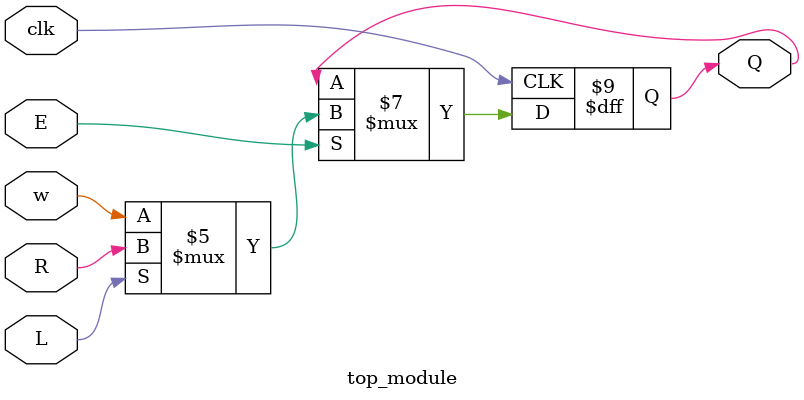
<source format=sv>
module top_module (
	input clk,
	input w,
	input R,
	input E,
	input L,
	output reg Q
);

always @(posedge clk) begin
	if (E == 1) begin
    	if (L == 1) begin
        	Q <= R;
    	end else begin
        	Q <= w;
    	end
	end
end

endmodule

</source>
